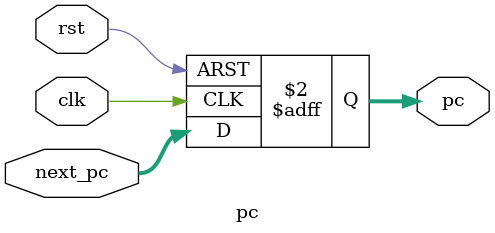
<source format=v>
module pc(
    input clk,
    input rst,
    input [31:0] next_pc,
    output reg [31:0] pc
);

    always @(posedge clk or posedge rst) begin
        if (rst) begin
            pc <= 32'b0; 
        end else begin
            pc <= next_pc; 
        end
    end

endmodule
</source>
